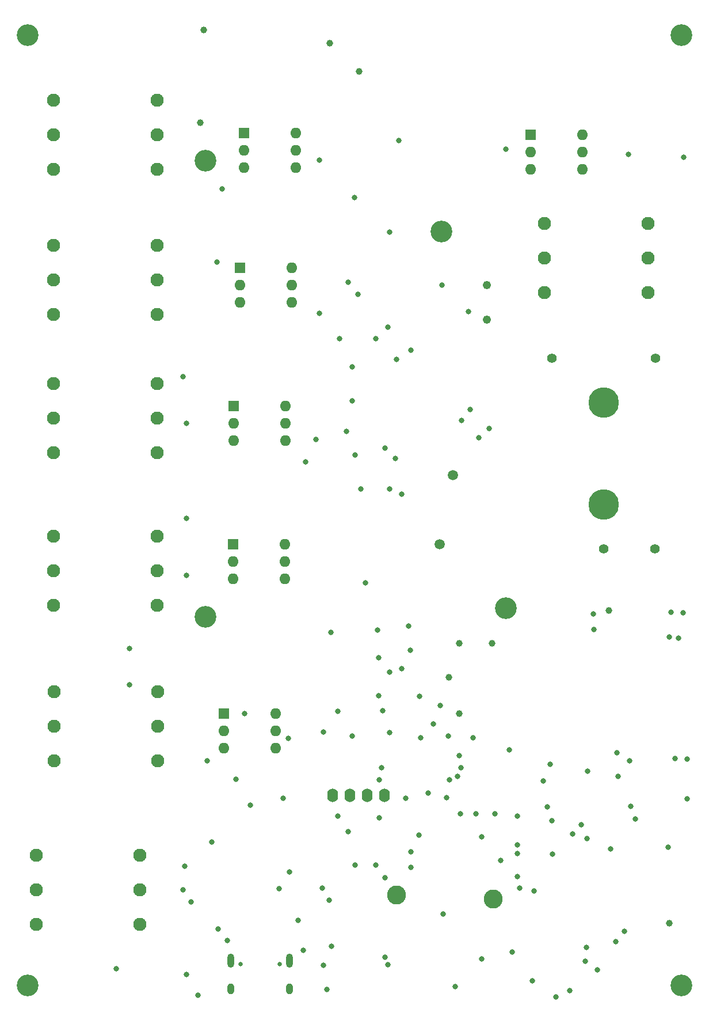
<source format=gbr>
%TF.GenerationSoftware,KiCad,Pcbnew,(6.0.5)*%
%TF.CreationDate,2022-06-11T17:07:28+01:00*%
%TF.ProjectId,heating-controller-esp32,68656174-696e-4672-9d63-6f6e74726f6c,rev?*%
%TF.SameCoordinates,Original*%
%TF.FileFunction,Soldermask,Bot*%
%TF.FilePolarity,Negative*%
%FSLAX46Y46*%
G04 Gerber Fmt 4.6, Leading zero omitted, Abs format (unit mm)*
G04 Created by KiCad (PCBNEW (6.0.5)) date 2022-06-11 17:07:28*
%MOMM*%
%LPD*%
G01*
G04 APERTURE LIST*
%ADD10C,3.200000*%
%ADD11C,1.950000*%
%ADD12C,1.400000*%
%ADD13C,4.500000*%
%ADD14C,2.800000*%
%ADD15O,1.600000X2.000000*%
%ADD16R,1.600000X1.600000*%
%ADD17O,1.600000X1.600000*%
%ADD18O,1.000000X2.100000*%
%ADD19O,1.000000X1.600000*%
%ADD20C,0.650000*%
%ADD21C,1.217000*%
%ADD22C,1.515000*%
%ADD23C,1.000000*%
%ADD24C,0.800000*%
G04 APERTURE END LIST*
D10*
%TO.C,H8*%
X74295000Y-60579000D03*
%TD*%
%TO.C,H7*%
X39624000Y-117221000D03*
%TD*%
%TO.C,H6*%
X83820000Y-115951000D03*
%TD*%
%TO.C,H5*%
X39624000Y-50165000D03*
%TD*%
%TO.C,H4*%
X109601000Y-31750000D03*
%TD*%
%TO.C,H3*%
X109601000Y-171450000D03*
%TD*%
%TO.C,H2*%
X13462000Y-171450000D03*
%TD*%
%TO.C,H1*%
X13462000Y-31750000D03*
%TD*%
D11*
%TO.C,J9*%
X17222000Y-41275000D03*
X32462000Y-41275000D03*
X17222000Y-46355000D03*
X32462000Y-46355000D03*
X17222000Y-51435000D03*
X32462000Y-51435000D03*
%TD*%
%TO.C,J8*%
X17349000Y-128270000D03*
X32589000Y-128270000D03*
X17349000Y-133350000D03*
X32589000Y-133350000D03*
X17349000Y-138430000D03*
X32589000Y-138430000D03*
%TD*%
%TO.C,J7*%
X17222000Y-105410000D03*
X32462000Y-105410000D03*
X17222000Y-110490000D03*
X32462000Y-110490000D03*
X17222000Y-115570000D03*
X32462000Y-115570000D03*
%TD*%
%TO.C,J6*%
X17222000Y-82931000D03*
X32462000Y-82931000D03*
X17222000Y-88011000D03*
X32462000Y-88011000D03*
X17222000Y-93091000D03*
X32462000Y-93091000D03*
%TD*%
%TO.C,J5*%
X17222000Y-62611000D03*
X32462000Y-62611000D03*
X17222000Y-67691000D03*
X32462000Y-67691000D03*
X17222000Y-72771000D03*
X32462000Y-72771000D03*
%TD*%
%TO.C,J4*%
X104698000Y-69596000D03*
X89458000Y-69596000D03*
X104698000Y-64516000D03*
X89458000Y-64516000D03*
X104698000Y-59436000D03*
X89458000Y-59436000D03*
%TD*%
%TO.C,J3*%
X29972000Y-162433000D03*
X14732000Y-162433000D03*
X29972000Y-157353000D03*
X14732000Y-157353000D03*
X29972000Y-152273000D03*
X14732000Y-152273000D03*
%TD*%
D12*
%TO.C,PS1*%
X98151000Y-107197000D03*
X105751000Y-107197000D03*
X105771000Y-79197000D03*
X90571000Y-79197000D03*
D13*
X98171000Y-100697000D03*
X98171000Y-85697000D03*
%TD*%
D14*
%TO.C,TP2*%
X67691000Y-158115000D03*
%TD*%
%TO.C,TP1*%
X81915000Y-158750000D03*
%TD*%
D15*
%TO.C,Brd1*%
X60850000Y-143498000D03*
X58310000Y-143498000D03*
X63390000Y-143498000D03*
X65930000Y-143498000D03*
%TD*%
D16*
%TO.C,U9*%
X45255000Y-46100000D03*
D17*
X45255000Y-48640000D03*
X45255000Y-51180000D03*
X52875000Y-51180000D03*
X52875000Y-48640000D03*
X52875000Y-46100000D03*
%TD*%
D18*
%TO.C,J11*%
X43305000Y-167737000D03*
D19*
X43305000Y-171917000D03*
X51945000Y-171917000D03*
D18*
X51945000Y-167737000D03*
D20*
X50515000Y-168267000D03*
X44735000Y-168267000D03*
%TD*%
D21*
%TO.C,F2*%
X81026000Y-68443000D03*
X81026000Y-73543000D03*
%TD*%
D16*
%TO.C,U4*%
X44664000Y-65913000D03*
D17*
X44664000Y-68453000D03*
X44664000Y-70993000D03*
X52284000Y-70993000D03*
X52284000Y-68453000D03*
X52284000Y-65913000D03*
%TD*%
D16*
%TO.C,U7*%
X43683000Y-106552000D03*
D17*
X43683000Y-109092000D03*
X43683000Y-111632000D03*
X51303000Y-111632000D03*
X51303000Y-109092000D03*
X51303000Y-106552000D03*
%TD*%
D22*
%TO.C,F1*%
X74041000Y-106553000D03*
X76041000Y-96393000D03*
%TD*%
D16*
%TO.C,U10*%
X87463000Y-46355000D03*
D17*
X87463000Y-48895000D03*
X87463000Y-51435000D03*
X95083000Y-51435000D03*
X95083000Y-48895000D03*
X95083000Y-46355000D03*
%TD*%
D16*
%TO.C,U8*%
X42334000Y-131444000D03*
D17*
X42334000Y-133984000D03*
X42334000Y-136524000D03*
X49954000Y-136524000D03*
X49954000Y-133984000D03*
X49954000Y-131444000D03*
%TD*%
D16*
%TO.C,U6*%
X43784000Y-86233000D03*
D17*
X43784000Y-88773000D03*
X43784000Y-91313000D03*
X51404000Y-91313000D03*
X51404000Y-88773000D03*
X51404000Y-86233000D03*
%TD*%
D23*
X75438000Y-126111000D03*
X39370000Y-30988000D03*
X38862000Y-44577000D03*
D24*
X93662500Y-149161500D03*
X37465000Y-159131000D03*
X36322000Y-157353000D03*
X36830000Y-169799000D03*
X66040000Y-155575000D03*
X69850000Y-154051000D03*
X69850000Y-151765000D03*
X60579000Y-148844000D03*
X65214500Y-146748500D03*
X26515500Y-168973500D03*
X72390000Y-143129000D03*
X74168000Y-130302000D03*
X80264000Y-167513000D03*
X51054000Y-143891000D03*
X36515000Y-153858000D03*
X75120500Y-143827500D03*
X74549000Y-160909000D03*
X55880000Y-91186000D03*
X101854000Y-49276000D03*
X109982000Y-49657000D03*
X83820000Y-48514000D03*
X68072000Y-47244000D03*
X56370511Y-50055489D03*
X60629750Y-67995750D03*
X41318500Y-65107500D03*
X42037000Y-54356000D03*
X78295500Y-72326500D03*
X74422000Y-68453000D03*
X81366561Y-89575439D03*
X78572561Y-86781439D03*
X79819500Y-90868500D03*
X77302202Y-88351202D03*
X69809561Y-78018439D03*
X67691000Y-79375000D03*
X64643000Y-76327000D03*
X66444061Y-74652939D03*
X66675000Y-60706000D03*
X61531500Y-55562500D03*
X61214000Y-80518000D03*
X62039500Y-69786500D03*
X61214000Y-85471000D03*
X60388500Y-89979500D03*
X62484000Y-98425000D03*
X64960500Y-119189500D03*
X58039000Y-119507000D03*
X69532500Y-118554500D03*
X69723000Y-122174000D03*
D23*
X76962000Y-121158000D03*
X81788000Y-121158000D03*
X76962000Y-131445000D03*
X98933000Y-116332000D03*
D24*
X50419000Y-157226000D03*
X101219000Y-163449000D03*
X93218000Y-172212000D03*
X84709000Y-166497000D03*
X64706500Y-153733500D03*
X61658500Y-153733500D03*
X65087500Y-128841500D03*
X65087500Y-123253500D03*
X66040000Y-92456000D03*
X66675000Y-98425000D03*
X66675000Y-125349000D03*
X101981000Y-138430000D03*
X100139500Y-137223500D03*
X71247000Y-135001000D03*
X102171500Y-145097500D03*
X85471000Y-146558000D03*
X89916000Y-145161000D03*
X89281000Y-141351000D03*
X77216000Y-139446000D03*
X78994000Y-135001000D03*
X71120000Y-128905000D03*
X63119000Y-112268000D03*
X73152000Y-132969000D03*
X69088000Y-143891000D03*
X85471000Y-152019000D03*
X85471000Y-150749000D03*
X80264000Y-149606000D03*
X75501500Y-141160500D03*
X65659000Y-131064000D03*
X66675000Y-134239000D03*
X61214000Y-134747000D03*
X65532000Y-139446000D03*
X65151000Y-141224000D03*
X56974000Y-134179000D03*
X99187000Y-151384000D03*
X90551000Y-147193000D03*
X83058000Y-153035000D03*
X85471000Y-155448000D03*
X70993000Y-149352000D03*
X75311000Y-134747000D03*
X59309000Y-76327000D03*
X56388000Y-72644000D03*
X36830000Y-88773000D03*
X36322000Y-81915000D03*
X36830000Y-111125000D03*
X36830000Y-102743000D03*
X61595000Y-93472000D03*
X54356000Y-94488000D03*
X67564000Y-93980000D03*
X68453000Y-99187000D03*
X68453000Y-124841000D03*
X90297000Y-138938000D03*
X94932500Y-147764500D03*
X95821500Y-139890500D03*
X85852000Y-157099000D03*
X95758000Y-149860000D03*
X100330000Y-140716000D03*
X87947500Y-157543500D03*
X102870000Y-146939000D03*
X38481000Y-172847000D03*
X40513000Y-150368000D03*
X39878000Y-138430000D03*
X46228000Y-144907000D03*
X52006500Y-154749500D03*
X42862500Y-164782500D03*
X41454000Y-163120000D03*
X44069000Y-141097000D03*
X84328000Y-136779000D03*
X66421000Y-168402000D03*
X66040000Y-167259000D03*
X57785000Y-158877000D03*
X56769000Y-157099000D03*
X91186000Y-173101000D03*
X99949000Y-164973000D03*
X95631000Y-165862000D03*
X107696000Y-151130000D03*
X108712000Y-138049000D03*
X107886500Y-120205500D03*
X108077000Y-116586000D03*
X28448000Y-127254000D03*
X28448000Y-121920000D03*
X45339000Y-131445000D03*
X59116000Y-131130000D03*
X51816000Y-135128000D03*
X87730480Y-170714520D03*
X95504000Y-167894000D03*
X97282000Y-169164000D03*
D23*
X107823000Y-162306000D03*
X57912000Y-32893000D03*
X62230000Y-37084000D03*
D24*
X110490000Y-144018000D03*
X110490000Y-138176000D03*
X109220000Y-120396000D03*
X109918500Y-116649500D03*
X96647000Y-116840000D03*
X96774000Y-119126000D03*
X59118500Y-146494500D03*
X76353520Y-171550480D03*
X57479000Y-172010000D03*
X53975000Y-166243000D03*
X53276000Y-161862000D03*
X58114000Y-165660000D03*
X56971000Y-168454000D03*
X90678000Y-152146000D03*
X77089000Y-146177000D03*
X79375000Y-146177000D03*
X82195520Y-146150480D03*
X76962000Y-137668000D03*
X76708000Y-140716000D03*
M02*

</source>
